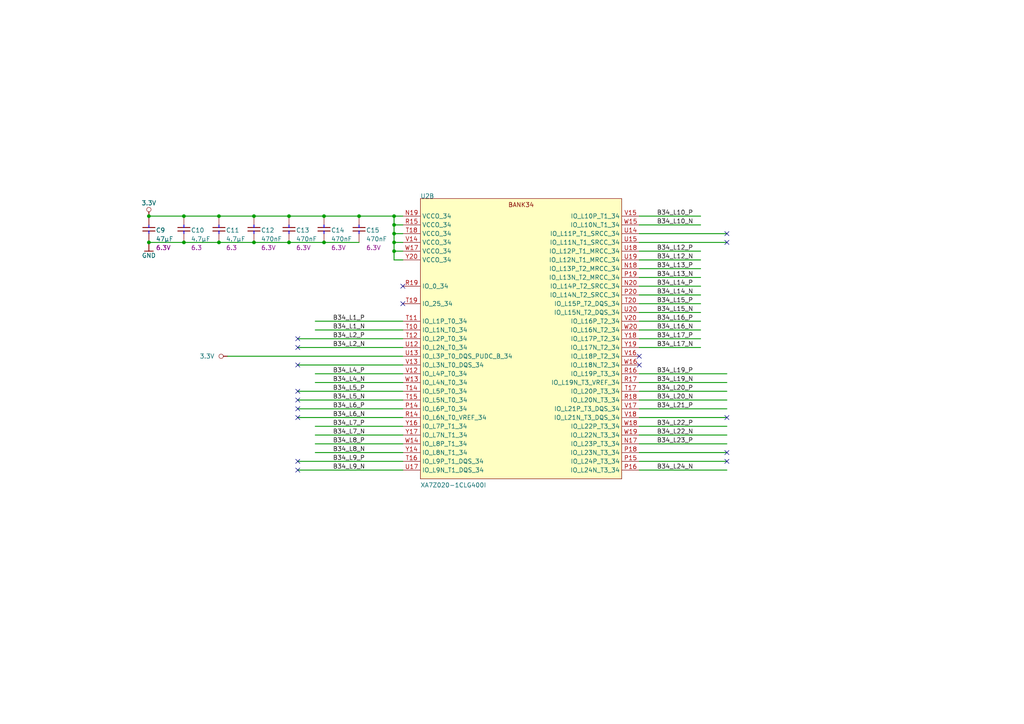
<source format=kicad_sch>
(kicad_sch (version 20230121) (generator eeschema)
  (paper "A4")
  (title_block (title "ZoM Mod A - FPGA Bank 34") (date "12/16/2014") (rev "01"))
  (lib_symbols
    (symbol "TE0719-altium-import:3.3V" (power)
      (property "Reference" "#PWR" (at 0 0 0))
      (property "Value" "3.3V" (at 0 3.81 0))
      (symbol "3.3V_0_0"
        (circle (center 0 -1.905) (radius 0.635) (stroke (width 0.127)))
        (polyline (pts (xy 0 0) (xy 0 -1.27)) (stroke (width 0.254)))
        (pin power_in line (at 0 0 0) (length 0) hide (name "3.3V") (number ""))
      )
    )
    (symbol "TE0719-altium-import:B34_0_CAP-NP"
      (symbol "B34_0_CAP-NP_1_0"
        (polyline (pts (xy -1.778 -4.318) (xy 1.778 -4.318)) (stroke (width 0.254)))
        (polyline (pts (xy -1.778 -3.302) (xy 1.778 -3.302)) (stroke (width 0.254)))
        (polyline (pts (xy 0 -5.08) (xy 0 -4.318)) (stroke (width 0.254) (color 0 0 255 1)))
        (polyline (pts (xy 0 -2.54) (xy 0 -3.302)) (stroke (width 0.254) (color 0 0 255 1)))
        (pin passive line (at 0 0 270) (length 2.54) (name "1") (number "1"))
        (pin passive line (at 0 -7.62 90) (length 2.54) (name "2") (number "2"))
      )
    )
    (symbol "TE0719-altium-import:B34_0_XC7Z020-2CLG400C"
      (symbol "B34_0_XC7Z020-2CLG400C_1_0"
        (rectangle (start 30.48 0) (end 0 -81.28) (fill (type background)))
        (text "BANK13" (at 20.32 -2.54 0) (effects (font (size 1.27 1.27)) (justify right bottom)))
        (pin bidirectional line (at -5.08 -60.96 0) (length 5.08) (name "IO_L19P_T3_13") (number "T5"))
        (pin power_in line (at -5.08 -5.08 0) (length 5.08) (name "VCCO_13") (number "T8"))
        (pin bidirectional line (at -5.08 -25.4 0) (length 5.08) (name "IO_L12P_T1_MRCC_13") (number "T9"))
        (pin bidirectional line (at -5.08 -27.94 0) (length 5.08) (name "IO_L12N_T1_MRCC_13") (number "U10"))
        (pin power_in line (at -5.08 -7.62 0) (length 5.08) (name "VCCO_13") (number "U11"))
        (pin bidirectional line (at -5.08 -63.5 0) (length 5.08) (name "IO_L19N_T3_VREF_13") (number "U5"))
        (pin bidirectional line (at -5.08 -20.32 0) (length 5.08) (name "IO_L11P_T1_SRCC_13") (number "U7"))
        (pin bidirectional line (at -5.08 -53.34 0) (length 5.08) (name "IO_L17N_T2_13") (number "U8"))
        (pin bidirectional line (at -5.08 -50.8 0) (length 5.08) (name "IO_L17P_T2_13") (number "U9"))
        (pin bidirectional line (at -5.08 -73.66 0) (length 5.08) (name "IO_L21N_T3_DQS_13") (number "V10"))
        (pin bidirectional line (at -5.08 -71.12 0) (length 5.08) (name "IO_L21P_T3_DQS_13") (number "V11"))
        (pin bidirectional line (at -5.08 -17.78 0) (length 5.08) (name "IO_L6N_T0_VREF_13") (number "V5"))
        (pin bidirectional line (at -5.08 -76.2 0) (length 5.08) (name "IO_L22P_T3_13") (number "V6"))
        (pin bidirectional line (at -5.08 -22.86 0) (length 5.08) (name "IO_L11N_T1_SRCC_13") (number "V7"))
        (pin bidirectional line (at -5.08 -40.64 0) (length 5.08) (name "IO_L15P_T2_DQS_13") (number "V8"))
        (pin bidirectional line (at -5.08 -45.72 0) (length 5.08) (name "IO_L16P_T2_13") (number "W10"))
        (pin bidirectional line (at -5.08 -55.88 0) (length 5.08) (name "IO_L18P_T2_13") (number "W11"))
        (pin bidirectional line (at -5.08 -78.74 0) (length 5.08) (name "IO_L22N_T3_13") (number "W6"))
        (pin power_in line (at -5.08 -10.16 0) (length 5.08) (name "VCCO_13") (number "W7"))
        (pin bidirectional line (at -5.08 -43.18 0) (length 5.08) (name "IO_L15N_T2_DQS_13") (number "W8"))
        (pin bidirectional line (at -5.08 -48.26 0) (length 5.08) (name "IO_L16N_T2_13") (number "W9"))
        (pin power_in line (at -5.08 -12.7 0) (length 5.08) (name "VCCO_13") (number "Y10"))
        (pin bidirectional line (at -5.08 -58.42 0) (length 5.08) (name "IO_L18N_T2_13") (number "Y11"))
        (pin bidirectional line (at -5.08 -66.04 0) (length 5.08) (name "IO_L20P_T3_13") (number "Y12"))
        (pin bidirectional line (at -5.08 -68.58 0) (length 5.08) (name "IO_L20N_T3_13") (number "Y13"))
        (pin bidirectional line (at -5.08 -33.02 0) (length 5.08) (name "IO_L13N_T2_MRCC_13") (number "Y6"))
        (pin bidirectional line (at -5.08 -30.48 0) (length 5.08) (name "IO_L13P_T2_MRCC_13") (number "Y7"))
        (pin bidirectional line (at -5.08 -38.1 0) (length 5.08) (name "IO_L14N_T2_SRCC_13") (number "Y8"))
        (pin bidirectional line (at -5.08 -35.56 0) (length 5.08) (name "IO_L14P_T2_SRCC_13") (number "Y9"))
      )
      (symbol "B34_0_XC7Z020-2CLG400C_2_0"
        (rectangle (start 58.42 0) (end 0 -81.28) (fill (type background)))
        (text "BANK34" (at 33.02 -2.54 0) (effects (font (size 1.27 1.27)) (justify right bottom)))
        (pin bidirectional line (at 63.5 -71.12 180) (length 5.08) (name "IO_L23P_T3_34") (number "N17"))
        (pin bidirectional line (at 63.5 -20.32 180) (length 5.08) (name "IO_L13P_T2_MRCC_34") (number "N18"))
        (pin power_in line (at -5.08 -5.08 0) (length 5.08) (name "VCCO_34") (number "N19"))
        (pin bidirectional line (at 63.5 -25.4 180) (length 5.08) (name "IO_L14P_T2_SRCC_34") (number "N20"))
        (pin bidirectional line (at -5.08 -60.96 0) (length 5.08) (name "IO_L6P_T0_34") (number "P14"))
        (pin bidirectional line (at 63.5 -76.2 180) (length 5.08) (name "IO_L24P_T3_34") (number "P15"))
        (pin bidirectional line (at 63.5 -78.74 180) (length 5.08) (name "IO_L24N_T3_34") (number "P16"))
        (pin bidirectional line (at 63.5 -73.66 180) (length 5.08) (name "IO_L23N_T3_34") (number "P18"))
        (pin bidirectional line (at 63.5 -22.86 180) (length 5.08) (name "IO_L13N_T2_MRCC_34") (number "P19"))
        (pin bidirectional line (at 63.5 -27.94 180) (length 5.08) (name "IO_L14N_T2_SRCC_34") (number "P20"))
        (pin bidirectional line (at -5.08 -63.5 0) (length 5.08) (name "IO_L6N_T0_VREF_34") (number "R14"))
        (pin power_in line (at -5.08 -7.62 0) (length 5.08) (name "VCCO_34") (number "R15"))
        (pin bidirectional line (at 63.5 -50.8 180) (length 5.08) (name "IO_L19P_T3_34") (number "R16"))
        (pin bidirectional line (at 63.5 -53.34 180) (length 5.08) (name "IO_L19N_T3_VREF_34") (number "R17"))
        (pin bidirectional line (at 63.5 -58.42 180) (length 5.08) (name "IO_L20N_T3_34") (number "R18"))
        (pin bidirectional line (at -5.08 -25.4 0) (length 5.08) (name "IO_0_34") (number "R19"))
        (pin bidirectional line (at -5.08 -38.1 0) (length 5.08) (name "IO_L1N_T0_34") (number "T10"))
        (pin bidirectional line (at -5.08 -35.56 0) (length 5.08) (name "IO_L1P_T0_34") (number "T11"))
        (pin bidirectional line (at -5.08 -40.64 0) (length 5.08) (name "IO_L2P_T0_34") (number "T12"))
        (pin bidirectional line (at -5.08 -55.88 0) (length 5.08) (name "IO_L5P_T0_34") (number "T14"))
        (pin bidirectional line (at -5.08 -58.42 0) (length 5.08) (name "IO_L5N_T0_34") (number "T15"))
        (pin bidirectional line (at -5.08 -76.2 0) (length 5.08) (name "IO_L9P_T1_DQS_34") (number "T16"))
        (pin bidirectional line (at 63.5 -55.88 180) (length 5.08) (name "IO_L20P_T3_34") (number "T17"))
        (pin power_in line (at -5.08 -10.16 0) (length 5.08) (name "VCCO_34") (number "T18"))
        (pin bidirectional line (at -5.08 -30.48 0) (length 5.08) (name "IO_25_34") (number "T19"))
        (pin bidirectional line (at 63.5 -30.48 180) (length 5.08) (name "IO_L15P_T2_DQS_34") (number "T20"))
        (pin bidirectional line (at -5.08 -43.18 0) (length 5.08) (name "IO_L2N_T0_34") (number "U12"))
        (pin bidirectional line (at -5.08 -45.72 0) (length 5.08) (name "IO_L3P_T0_DQS_PUDC_B_34") (number "U13"))
        (pin bidirectional line (at 63.5 -10.16 180) (length 5.08) (name "IO_L11P_T1_SRCC_34") (number "U14"))
        (pin bidirectional line (at 63.5 -12.7 180) (length 5.08) (name "IO_L11N_T1_SRCC_34") (number "U15"))
        (pin bidirectional line (at -5.08 -78.74 0) (length 5.08) (name "IO_L9N_T1_DQS_34") (number "U17"))
        (pin bidirectional line (at 63.5 -15.24 180) (length 5.08) (name "IO_L12P_T1_MRCC_34") (number "U18"))
        (pin bidirectional line (at 63.5 -17.78 180) (length 5.08) (name "IO_L12N_T1_MRCC_34") (number "U19"))
        (pin bidirectional line (at 63.5 -33.02 180) (length 5.08) (name "IO_L15N_T2_DQS_34") (number "U20"))
        (pin bidirectional line (at -5.08 -50.8 0) (length 5.08) (name "IO_L4P_T0_34") (number "V12"))
        (pin bidirectional line (at -5.08 -48.26 0) (length 5.08) (name "IO_L3N_T0_DQS_34") (number "V13"))
        (pin power_in line (at -5.08 -12.7 0) (length 5.08) (name "VCCO_34") (number "V14"))
        (pin bidirectional line (at 63.5 -5.08 180) (length 5.08) (name "IO_L10P_T1_34") (number "V15"))
        (pin bidirectional line (at 63.5 -45.72 180) (length 5.08) (name "IO_L18P_T2_34") (number "V16"))
        (pin bidirectional line (at 63.5 -60.96 180) (length 5.08) (name "IO_L21P_T3_DQS_34") (number "V17"))
        (pin bidirectional line (at 63.5 -63.5 180) (length 5.08) (name "IO_L21N_T3_DQS_34") (number "V18"))
        (pin bidirectional line (at 63.5 -35.56 180) (length 5.08) (name "IO_L16P_T2_34") (number "V20"))
        (pin bidirectional line (at -5.08 -53.34 0) (length 5.08) (name "IO_L4N_T0_34") (number "W13"))
        (pin bidirectional line (at -5.08 -71.12 0) (length 5.08) (name "IO_L8P_T1_34") (number "W14"))
        (pin bidirectional line (at 63.5 -7.62 180) (length 5.08) (name "IO_L10N_T1_34") (number "W15"))
        (pin bidirectional line (at 63.5 -48.26 180) (length 5.08) (name "IO_L18N_T2_34") (number "W16"))
        (pin power_in line (at -5.08 -15.24 0) (length 5.08) (name "VCCO_34") (number "W17"))
        (pin bidirectional line (at 63.5 -66.04 180) (length 5.08) (name "IO_L22P_T3_34") (number "W18"))
        (pin bidirectional line (at 63.5 -68.58 180) (length 5.08) (name "IO_L22N_T3_34") (number "W19"))
        (pin bidirectional line (at 63.5 -38.1 180) (length 5.08) (name "IO_L16N_T2_34") (number "W20"))
        (pin bidirectional line (at -5.08 -73.66 0) (length 5.08) (name "IO_L8N_T1_34") (number "Y14"))
        (pin bidirectional line (at -5.08 -66.04 0) (length 5.08) (name "IO_L7P_T1_34") (number "Y16"))
        (pin bidirectional line (at -5.08 -68.58 0) (length 5.08) (name "IO_L7N_T1_34") (number "Y17"))
        (pin bidirectional line (at 63.5 -40.64 180) (length 5.08) (name "IO_L17P_T2_34") (number "Y18"))
        (pin bidirectional line (at 63.5 -43.18 180) (length 5.08) (name "IO_L17N_T2_34") (number "Y19"))
        (pin power_in line (at -5.08 -17.78 0) (length 5.08) (name "VCCO_34") (number "Y20"))
      )
      (symbol "B34_0_XC7Z020-2CLG400C_3_0"
        (rectangle (start 58.42 0) (end 0 -81.28) (fill (type background)))
        (text "BANK35" (at 33.02 -2.54 0) (effects (font (size 1.27 1.27)) (justify right bottom)))
        (pin bidirectional line (at -5.08 -43.18 0) (length 5.08) (name "IO_L2N_T0_AD8N_35") (number "A20"))
        (pin bidirectional line (at -5.08 -40.64 0) (length 5.08) (name "IO_L2P_T0_AD8P_35") (number "B19"))
        (pin bidirectional line (at -5.08 -38.1 0) (length 5.08) (name "IO_L1N_T0_AD0N_35") (number "B20"))
        (pin power_in line (at -5.08 -5.08 0) (length 5.08) (name "VCCO_35") (number "C19"))
        (pin bidirectional line (at -5.08 -35.56 0) (length 5.08) (name "IO_L1P_T0_AD0P_35") (number "C20"))
        (pin bidirectional line (at -5.08 -48.26 0) (length 5.08) (name "IO_L3N_T0_DQS_AD1N_35") (number "D18"))
        (pin bidirectional line (at -5.08 -50.8 0) (length 5.08) (name "IO_L4P_T0_35") (number "D19"))
        (pin bidirectional line (at -5.08 -53.34 0) (length 5.08) (name "IO_L4N_T0_35") (number "D20"))
        (pin bidirectional line (at -5.08 -45.72 0) (length 5.08) (name "IO_L3P_T0_DQS_AD1P_35") (number "E17"))
        (pin bidirectional line (at -5.08 -55.88 0) (length 5.08) (name "IO_L5P_T0_AD9P_35") (number "E18"))
        (pin bidirectional line (at -5.08 -58.42 0) (length 5.08) (name "IO_L5N_T0_AD9N_35") (number "E19"))
        (pin bidirectional line (at -5.08 -60.96 0) (length 5.08) (name "IO_L6P_T0_35") (number "F16"))
        (pin bidirectional line (at -5.08 -63.5 0) (length 5.08) (name "IO_L6N_T0_VREF_35") (number "F17"))
        (pin power_in line (at -5.08 -7.62 0) (length 5.08) (name "VCCO_35") (number "F18"))
        (pin bidirectional line (at 63.5 -30.48 180) (length 5.08) (name "IO_L15P_T2_DQS_AD12P_35") (number "F19"))
        (pin bidirectional line (at 63.5 -33.02 180) (length 5.08) (name "IO_L15N_T2_DQS_AD12N_35") (number "F20"))
        (pin bidirectional line (at -5.08 -25.4 0) (length 5.08) (name "IO_0_35") (number "G14"))
        (pin bidirectional line (at 63.5 -53.34 180) (length 5.08) (name "IO_L19N_T3_VREF_35") (number "G15"))
        (pin bidirectional line (at 63.5 -35.56 180) (length 5.08) (name "IO_L16P_T2_35") (number "G17"))
        (pin bidirectional line (at 63.5 -38.1 180) (length 5.08) (name "IO_L16N_T2_35") (number "G18"))
        (pin bidirectional line (at 63.5 -45.72 180) (length 5.08) (name "IO_L18P_T2_AD13P_35") (number "G19"))
        (pin bidirectional line (at 63.5 -48.26 180) (length 5.08) (name "IO_L18N_T2_AD13N_35") (number "G20"))
        (pin power_in line (at -5.08 -10.16 0) (length 5.08) (name "VCCO_35") (number "H14"))
        (pin bidirectional line (at 63.5 -50.8 180) (length 5.08) (name "IO_L19P_T3_35") (number "H15"))
        (pin bidirectional line (at 63.5 -20.32 180) (length 5.08) (name "IO_L13P_T2_MRCC_35") (number "H16"))
        (pin bidirectional line (at 63.5 -22.86 180) (length 5.08) (name "IO_L13N_T2_MRCC_35") (number "H17"))
        (pin bidirectional line (at 63.5 -27.94 180) (length 5.08) (name "IO_L14N_T2_AD4N_SRCC_35") (number "H18"))
        (pin bidirectional line (at 63.5 -43.18 180) (length 5.08) (name "IO_L17N_T2_AD5N_35") (number "H20"))
        (pin bidirectional line (at 63.5 -58.42 180) (length 5.08) (name "IO_L20N_T3_AD6N_35") (number "J14"))
        (pin bidirectional line (at -5.08 -30.48 0) (length 5.08) (name "IO_25_35") (number "J15"))
        (pin bidirectional line (at 63.5 -78.74 180) (length 5.08) (name "IO_L24N_T3_AD15N_35") (number "J16"))
        (pin power_in line (at -5.08 -12.7 0) (length 5.08) (name "VCCO_35") (number "J17"))
        (pin bidirectional line (at 63.5 -25.4 180) (length 5.08) (name "IO_L14P_T2_AD4P_SRCC_35") (number "J18"))
        (pin bidirectional line (at 63.5 -7.62 180) (length 5.08) (name "IO_L10N_T1_AD11N_35") (number "J19"))
        (pin bidirectional line (at 63.5 -40.64 180) (length 5.08) (name "IO_L17P_T2_AD5P_35") (number "J20"))
        (pin bidirectional line (at 63.5 -55.88 180) (length 5.08) (name "IO_L20P_T3_AD6P_35") (number "K14"))
        (pin bidirectional line (at 63.5 -76.2 180) (length 5.08) (name "IO_L24P_T3_AD15P_35") (number "K16"))
        (pin bidirectional line (at 63.5 -15.24 180) (length 5.08) (name "IO_L12P_T1_MRCC_35") (number "K17"))
        (pin bidirectional line (at 63.5 -17.78 180) (length 5.08) (name "IO_L12N_T1_MRCC_35") (number "K18"))
        (pin bidirectional line (at 63.5 -5.08 180) (length 5.08) (name "IO_L10P_T1_AD11P_35") (number "K19"))
        (pin power_in line (at -5.08 -15.24 0) (length 5.08) (name "VCCO_35") (number "K20"))
        (pin bidirectional line (at 63.5 -66.04 180) (length 5.08) (name "IO_L22P_T3_AD7P_35") (number "L14"))
        (pin bidirectional line (at 63.5 -68.58 180) (length 5.08) (name "IO_L22N_T3_AD7N_35") (number "L15"))
        (pin bidirectional line (at 63.5 -10.16 180) (length 5.08) (name "IO_L11P_T1_SRCC_35") (number "L16"))
        (pin bidirectional line (at 63.5 -12.7 180) (length 5.08) (name "IO_L11N_T1_SRCC_35") (number "L17"))
        (pin bidirectional line (at -5.08 -76.2 0) (length 5.08) (name "IO_L9P_T1_DQS_AD3P_35") (number "L19"))
        (pin bidirectional line (at -5.08 -78.74 0) (length 5.08) (name "IO_L9N_T1_DQS_AD3N_35") (number "L20"))
        (pin bidirectional line (at 63.5 -71.12 180) (length 5.08) (name "IO_L23P_T3_35") (number "M14"))
        (pin bidirectional line (at 63.5 -73.66 180) (length 5.08) (name "IO_L23N_T3_35") (number "M15"))
        (pin power_in line (at -5.08 -17.78 0) (length 5.08) (name "VCCO_35") (number "M16"))
        (pin bidirectional line (at -5.08 -71.12 0) (length 5.08) (name "IO_L8P_T1_AD10P_35") (number "M17"))
        (pin bidirectional line (at -5.08 -73.66 0) (length 5.08) (name "IO_L8N_T1_AD10N_35") (number "M18"))
        (pin bidirectional line (at -5.08 -66.04 0) (length 5.08) (name "IO_L7P_T1_AD2P_35") (number "M19"))
        (pin bidirectional line (at -5.08 -68.58 0) (length 5.08) (name "IO_L7N_T1_AD2N_35") (number "M20"))
        (pin bidirectional line (at 63.5 -60.96 180) (length 5.08) (name "IO_L21P_T3_DQS_AD14P_35") (number "N15"))
        (pin bidirectional line (at 63.5 -63.5 180) (length 5.08) (name "IO_L21N_T3_DQS_AD14N_35") (number "N16"))
      )
      (symbol "B34_0_XC7Z020-2CLG400C_4_0"
        (rectangle (start 45.72 0) (end 0 -35.56) (fill (type background)))
        (text "BANK500" (at 27.94 -2.54 0) (effects (font (size 1.27 1.27)) (justify right bottom)))
        (pin bidirectional line (at 50.8 -10.16 180) (length 5.08) (name "PS_MIO6_500") (number "A5"))
        (pin bidirectional line (at 50.8 -7.62 180) (length 5.08) (name "PS_MIO5_500") (number "A6"))
        (pin bidirectional line (at -5.08 -27.94 0) (length 5.08) (name "PS_MIO1_500") (number "A7"))
        (pin bidirectional line (at 50.8 -17.78 180) (length 5.08) (name "PS_MIO9_500") (number "B5"))
        (pin power_in line (at -5.08 -5.08 0) (length 5.08) (name "VCCO_MIO0_500") (number "B6"))
        (pin bidirectional line (at 50.8 -5.08 180) (length 5.08) (name "PS_MIO4_500") (number "B7"))
        (pin bidirectional line (at -5.08 -30.48 0) (length 5.08) (name "PS_MIO2_500") (number "B8"))
        (pin bidirectional line (at 50.8 -30.48 180) (length 5.08) (name "PS_MIO14_500") (number "C5"))
        (pin bidirectional line (at 50.8 -22.86 180) (length 5.08) (name "PS_MIO11_500") (number "C6"))
        (pin input line (at -5.08 -17.78 0) (length 5.08) (name "PS_POR_B_500") (number "C7"))
        (pin bidirectional line (at 50.8 -33.02 180) (length 5.08) (name "PS_MIO15_500") (number "C8"))
        (pin bidirectional line (at 50.8 -15.24 180) (length 5.08) (name "PS_MIO8_500") (number "D5"))
        (pin bidirectional line (at -5.08 -33.02 0) (length 5.08) (name "PS_MIO3_500") (number "D6"))
        (pin power_in line (at -5.08 -7.62 0) (length 5.08) (name "VCCO_MIO0_500") (number "D7"))
        (pin bidirectional line (at 50.8 -12.7 180) (length 5.08) (name "PS_MIO7_500") (number "D8"))
        (pin bidirectional line (at 50.8 -25.4 180) (length 5.08) (name "PS_MIO12_500") (number "D9"))
        (pin bidirectional line (at -5.08 -25.4 0) (length 5.08) (name "PS_MIO0_500") (number "E6"))
        (pin input line (at -5.08 -12.7 0) (length 5.08) (name "PS_CLK_500") (number "E7"))
        (pin bidirectional line (at 50.8 -27.94 180) (length 5.08) (name "PS_MIO13_500") (number "E8"))
        (pin bidirectional line (at 50.8 -20.32 180) (length 5.08) (name "PS_MIO10_500") (number "E9"))
      )
      (symbol "B34_0_XC7Z020-2CLG400C_5_0"
        (rectangle (start 50.8 0) (end 0 -66.04) (fill (type background)))
        (text "BANK501" (at 30.48 -2.54 0) (effects (font (size 1.27 1.27)) (justify right bottom)))
        (pin bidirectional line (at 55.88 -22.86 180) (length 5.08) (name "PS_MIO37_501") (number "A10"))
        (pin bidirectional line (at 55.88 -20.32 180) (length 5.08) (name "PS_MIO36_501") (number "A11"))
        (pin bidirectional line (at 55.88 -15.24 180) (length 5.08) (name "PS_MIO34_501") (number "A12"))
        (pin power_in line (at -5.08 -5.08 0) (length 5.08) (name "VCCO_MIO1_501") (number "A13"))
        (pin bidirectional line (at 55.88 -10.16 180) (length 5.08) (name "PS_MIO32_501") (number "A14"))
        (pin bidirectional line (at -5.08 -55.88 0) (length 5.08) (name "PS_MIO26_501") (number "A15"))
        (pin bidirectional line (at -5.08 -50.8 0) (length 5.08) (name "PS_MIO24_501") (number "A16"))
        (pin bidirectional line (at -5.08 -40.64 0) (length 5.08) (name "PS_MIO20_501") (number "A17"))
        (pin bidirectional line (at -5.08 -30.48 0) (length 5.08) (name "PS_MIO16_501") (number "A19"))
        (pin bidirectional line (at 55.88 -38.1 180) (length 5.08) (name "PS_MIO43_501") (number "A9"))
        (pin passive line (at -5.08 -22.86 0) (length 5.08) (name "PS_SRST_B_501") (number "B10"))
        (pin bidirectional line (at 55.88 -50.8 180) (length 5.08) (name "PS_MIO48_501") (number "B12"))
        (pin bidirectional line (at 55.88 -55.88 180) (length 5.08) (name "PS_MIO50_501") (number "B13"))
        (pin bidirectional line (at 55.88 -48.26 180) (length 5.08) (name "PS_MIO47_501") (number "B14"))
        (pin bidirectional line (at 55.88 -43.18 180) (length 5.08) (name "PS_MIO45_501") (number "B15"))
        (pin power_in line (at -5.08 -7.62 0) (length 5.08) (name "VCCO_MIO1_501") (number "B16"))
        (pin bidirectional line (at -5.08 -45.72 0) (length 5.08) (name "PS_MIO22_501") (number "B17"))
        (pin bidirectional line (at -5.08 -35.56 0) (length 5.08) (name "PS_MIO18_501") (number "B18"))
        (pin bidirectional line (at 55.88 -58.42 180) (length 5.08) (name "PS_MIO51_501") (number "B9"))
        (pin bidirectional line (at 55.88 -60.96 180) (length 5.08) (name "PS_MIO52_501") (number "C10"))
        (pin bidirectional line (at 55.88 -63.5 180) (length 5.08) (name "PS_MIO53_501") (number "C11"))
        (pin bidirectional line (at 55.88 -53.34 180) (length 5.08) (name "PS_MIO49_501") (number "C12"))
        (pin bidirectional line (at -5.08 -63.5 0) (length 5.08) (name "PS_MIO29_501") (number "C13"))
        (pin bidirectional line (at 55.88 -5.08 180) (length 5.08) (name "PS_MIO30_501") (number "C15"))
        (pin bidirectional line (at -5.08 -60.96 0) (length 5.08) (name "PS_MIO28_501") (number "C16"))
        (pin bidirectional line (at 55.88 -33.02 180) (length 5.08) (name "PS_MIO41_501") (number "C17"))
        (pin bidirectional line (at 55.88 -27.94 180) (length 5.08) (name "PS_MIO39_501") (number "C18"))
        (pin bidirectional line (at -5.08 -38.1 0) (length 5.08) (name "PS_MIO19_501") (number "D10"))
        (pin bidirectional line (at -5.08 -48.26 0) (length 5.08) (name "PS_MIO23_501") (number "D11"))
        (pin power_in line (at -5.08 -10.16 0) (length 5.08) (name "VCCO_MIO1_501") (number "D12"))
        (pin bidirectional line (at -5.08 -58.42 0) (length 5.08) (name "PS_MIO27_501") (number "D13"))
        (pin bidirectional line (at 55.88 -30.48 180) (length 5.08) (name "PS_MIO40_501") (number "D14"))
        (pin bidirectional line (at 55.88 -12.7 180) (length 5.08) (name "PS_MIO33_501") (number "D15"))
        (pin bidirectional line (at 55.88 -45.72 180) (length 5.08) (name "PS_MIO46_501") (number "D16"))
        (pin bidirectional line (at -5.08 -17.78 0) (length 5.08) (name "PS_MIO_VREF_501") (number "E11"))
        (pin bidirectional line (at 55.88 -35.56 180) (length 5.08) (name "PS_MIO42_501") (number "E12"))
        (pin bidirectional line (at 55.88 -25.4 180) (length 5.08) (name "PS_MIO38_501") (number "E13"))
        (pin bidirectional line (at -5.08 -33.02 0) (length 5.08) (name "PS_MIO17_501") (number "E14"))
        (pin power_in line (at -5.08 -12.7 0) (length 5.08) (name "VCCO_MIO1_501") (number "E15"))
        (pin bidirectional line (at 55.88 -7.62 180) (length 5.08) (name "PS_MIO31_501") (number "E16"))
        (pin bidirectional line (at 55.88 -17.78 180) (length 5.08) (name "PS_MIO35_501") (number "F12"))
        (pin bidirectional line (at 55.88 -40.64 180) (length 5.08) (name "PS_MIO44_501") (number "F13"))
        (pin bidirectional line (at -5.08 -43.18 0) (length 5.08) (name "PS_MIO21_501") (number "F14"))
        (pin bidirectional line (at -5.08 -53.34 0) (length 5.08) (name "PS_MIO25_501") (number "F15"))
      )
      (symbol "B34_0_XC7Z020-2CLG400C_6_0"
        (rectangle (start 50.8 0) (end 0 -149.86) (fill (type background)))
        (text "BANK502" (at 33.02 -2.54 0) (effects (font (size 1.27 1.27)) (justify right bottom)))
        (pin output line (at 55.88 -55.88 180) (length 5.08) (name "PS_DDR_DM0_502") (number "A1"))
        (pin bidirectional line (at -5.08 -43.18 0) (length 5.08) (name "PS_DDR_DQ2_502") (number "A2"))
        (pin power_in line (at -5.08 -2.54 0) (length 5.08) (name "VCCO_DDR_502") (number "A3"))
        (pin bidirectional line (at -5.08 -45.72 0) (length 5.08) (name "PS_DDR_DQ3_502") (number "A4"))
        (pin bidirectional line (at -5.08 -124.46 0) (length 5.08) (name "PS_DDR_DQS_N0_502") (number "B2"))
        (pin bidirectional line (at -5.08 -40.64 0) (length 5.08) (name "PS_DDR_DQ1_502") (number "B3"))
        (pin output line (at 55.88 -116.84 180) (length 5.08) (name "PS_DDR_DRST_B_502") (number "B4"))
        (pin bidirectional line (at -5.08 -53.34 0) (length 5.08) (name "PS_DDR_DQ6_502") (number "C1"))
        (pin bidirectional line (at -5.08 -121.92 0) (length 5.08) (name "PS_DDR_DQS_P0_502") (number "C2"))
        (pin bidirectional line (at -5.08 -38.1 0) (length 5.08) (name "PS_DDR_DQ0_502") (number "C3"))
        (pin bidirectional line (at -5.08 -50.8 0) (length 5.08) (name "PS_DDR_DQ5_502") (number "D1"))
        (pin power_in line (at -5.08 -5.08 0) (length 5.08) (name "VCCO_DDR_502") (number "D2"))
        (pin bidirectional line (at -5.08 -48.26 0) (length 5.08) (name "PS_DDR_DQ4_502") (number "D3"))
        (pin output line (at 55.88 -38.1 180) (length 5.08) (name "PS_DDR_A13_502") (number "D4"))
        (pin bidirectional line (at -5.08 -55.88 0) (length 5.08) (name "PS_DDR_DQ7_502") (number "E1"))
        (pin bidirectional line (at -5.08 -58.42 0) (length 5.08) (name "PS_DDR_DQ8_502") (number "E2"))
        (pin bidirectional line (at -5.08 -60.96 0) (length 5.08) (name "PS_DDR_DQ9_502") (number "E3"))
        (pin output line (at 55.88 -35.56 180) (length 5.08) (name "PS_DDR_A12_502") (number "E4"))
        (pin power_in line (at -5.08 -7.62 0) (length 5.08) (name "VCCO_DDR_502") (number "E5"))
        (pin output line (at 55.88 -58.42 180) (length 5.08) (name "PS_DDR_DM1_502") (number "F1"))
        (pin bidirectional line (at -5.08 -132.08 0) (length 5.08) (name "PS_DDR_DQS_N1_502") (number "F2"))
        (pin output line (at 55.88 -40.64 180) (length 5.08) (name "PS_DDR_A14_502") (number "F4"))
        (pin output line (at 55.88 -30.48 180) (length 5.08) (name "PS_DDR_A10_502") (number "F5"))
        (pin power_in line (at -5.08 -10.16 0) (length 5.08) (name "VCCO_DDR_502") (number "G1"))
        (pin bidirectional line (at -5.08 -129.54 0) (length 5.08) (name "PS_DDR_DQS_P1_502") (number "G2"))
        (pin bidirectional line (at -5.08 -63.5 0) (length 5.08) (name "PS_DDR_DQ10_502") (number "G3"))
        (pin output line (at 55.88 -33.02 180) (length 5.08) (name "PS_DDR_A11_502") (number "G4"))
        (pin output line (at 55.88 -78.74 180) (length 5.08) (name "PS_DDR_VRN_502") (number "G5"))
        (pin bidirectional line (at -5.08 -73.66 0) (length 5.08) (name "PS_DDR_DQ14_502") (number "H1"))
        (pin bidirectional line (at -5.08 -71.12 0) (length 5.08) (name "PS_DDR_DQ13_502") (number "H2"))
        (pin bidirectional line (at -5.08 -66.04 0) (length 5.08) (name "PS_DDR_DQ11_502") (number "H3"))
        (pin power_in line (at -5.08 -12.7 0) (length 5.08) (name "VCCO_DDR_502") (number "H4"))
        (pin output line (at 55.88 -76.2 180) (length 5.08) (name "PS_DDR_VRP_502") (number "H5"))
        (pin power_in line (at -5.08 -30.48 0) (length 5.08) (name "PS_DDR_VREF0_502") (number "H6"))
        (pin bidirectional line (at -5.08 -76.2 0) (length 5.08) (name "PS_DDR_DQ15_502") (number "J1"))
        (pin bidirectional line (at -5.08 -68.58 0) (length 5.08) (name "PS_DDR_DQ12_502") (number "J3"))
        (pin output line (at 55.88 -27.94 180) (length 5.08) (name "PS_DDR_A9_502") (number "J4"))
        (pin output line (at 55.88 -50.8 180) (length 5.08) (name "PS_DDR_BA2_502") (number "J5"))
        (pin output line (at 55.88 -25.4 180) (length 5.08) (name "PS_DDR_A8_502") (number "K1"))
        (pin output line (at 55.88 -7.62 180) (length 5.08) (name "PS_DDR_A1_502") (number "K2"))
        (pin output line (at 55.88 -12.7 180) (length 5.08) (name "PS_DDR_A3_502") (number "K3"))
        (pin output line (at 55.88 -22.86 180) (length 5.08) (name "PS_DDR_A7_502") (number "K4"))
        (pin output line (at 55.88 -17.78 180) (length 5.08) (name "PS_DDR_A5_502") (number "L1"))
        (pin output line (at 55.88 -68.58 180) (length 5.08) (name "PS_DDR_CKP_502") (number "L2"))
        (pin power_in line (at -5.08 -15.24 0) (length 5.08) (name "VCCO_DDR_502") (number "L3"))
        (pin output line (at 55.88 -20.32 180) (length 5.08) (name "PS_DDR_A6_502") (number "L4"))
        (pin output line (at 55.88 -45.72 180) (length 5.08) (name "PS_DDR_BA0_502") (number "L5"))
        (pin output line (at 55.88 -71.12 180) (length 5.08) (name "PS_DDR_CKN_502") (number "M2"))
        (pin output line (at 55.88 -10.16 180) (length 5.08) (name "PS_DDR_A2_502") (number "M3"))
        (pin output line (at 55.88 -15.24 180) (length 5.08) (name "PS_DDR_A4_502") (number "M4"))
        (pin output line (at 55.88 -101.6 180) (length 5.08) (name "PS_DDR_WE_B_502") (number "M5"))
        (pin output line (at 55.88 -91.44 180) (length 5.08) (name "PS_DDR_CS_B_502") (number "N1"))
        (pin output line (at 55.88 -5.08 180) (length 5.08) (name "PS_DDR_A0_502") (number "N2"))
        (pin output line (at 55.88 -96.52 180) (length 5.08) (name "PS_DDR_CKE_502") (number "N3"))
        (pin output line (at 55.88 -86.36 180) (length 5.08) (name "PS_DDR_ODT_502") (number "N5"))
        (pin bidirectional line (at -5.08 -78.74 0) (length 5.08) (name "PS_DDR_DQ16_502") (number "P1"))
        (pin power_in line (at -5.08 -17.78 0) (length 5.08) (name "VCCO_DDR_502") (number "P2"))
        (pin bidirectional line (at -5.08 -81.28 0) (length 5.08) (name "PS_DDR_DQ17_502") (number "P3"))
        (pin output line (at 55.88 -111.76 180) (length 5.08) (name "PS_DDR_RAS_B_502") (number "P4"))
        (pin output line (at 55.88 -106.68 180) (length 5.08) (name "PS_DDR_CAS_B_502") (number "P5"))
        (pin power_in line (at -5.08 -33.02 0) (length 5.08) (name "PS_DDR_VREF1_502") (number "P6"))
        (pin bidirectional line (at -5.08 -86.36 0) (length 5.08) (name "PS_DDR_DQ19_502") (number "R1"))
        (pin bidirectional line (at -5.08 -137.16 0) (length 5.08) (name "PS_DDR_DQS_P2_502") (number "R2"))
        (pin bidirectional line (at -5.08 -83.82 0) (length 5.08) (name "PS_DDR_DQ18_502") (number "R3"))
        (pin output line (at 55.88 -48.26 180) (length 5.08) (name "PS_DDR_BA1_502") (number "R4"))
        (pin power_in line (at -5.08 -20.32 0) (length 5.08) (name "VCCO_DDR_502") (number "R5"))
        (pin output line (at 55.88 -60.96 180) (length 5.08) (name "PS_DDR_DM2_502") (number "T1"))
        (pin bidirectional line (at -5.08 -139.7 0) (length 5.08) (name "PS_DDR_DQS_N2_502") (number "T2"))
        (pin bidirectional line (at -5.08 -88.9 0) (length 5.08) (name "PS_DDR_DQ20_502") (number "T4"))
        (pin power_in line (at -5.08 -22.86 0) (length 5.08) (name "VCCO_DDR_502") (number "U1"))
        (pin bidirectional line (at -5.08 -93.98 0) (length 5.08) (name "PS_DDR_DQ22_502") (number "U2"))
        (pin bidirectional line (at -5.08 -96.52 0) (length 5.08) (name "PS_DDR_DQ23_502") (number "U3"))
        (pin bidirectional line (at -5.08 -91.44 0) (length 5.08) (name "PS_DDR_DQ21_502") (number "U4"))
        (pin bidirectional line (at -5.08 -99.06 0) (length 5.08) (name "PS_DDR_DQ24_502") (number "V1"))
        (pin bidirectional line (at -5.08 -114.3 0) (length 5.08) (name "PS_DDR_DQ30_502") (number "V2"))
        (pin bidirectional line (at -5.08 -116.84 0) (length 5.08) (name "PS_DDR_DQ31_502") (number "V3"))
        (pin power_in line (at -5.08 -25.4 0) (length 5.08) (name "VCCO_DDR_502") (number "V4"))
        (pin bidirectional line (at -5.08 -104.14 0) (length 5.08) (name "PS_DDR_DQ26_502") (number "W1"))
        (pin bidirectional line (at -5.08 -111.76 0) (length 5.08) (name "PS_DDR_DQ29_502") (number "W3"))
        (pin bidirectional line (at -5.08 -147.32 0) (length 5.08) (name "PS_DDR_DQS_N3_502") (number "W4"))
        (pin bidirectional line (at -5.08 -144.78 0) (length 5.08) (name "PS_DDR_DQS_P3_502") (number "W5"))
        (pin output line (at 55.88 -63.5 180) (length 5.08) (name "PS_DDR_DM3_502") (number "Y1"))
        (pin bidirectional line (at -5.08 -109.22 0) (length 5.08) (name "PS_DDR_DQ28_502") (number "Y2"))
        (pin bidirectional line (at -5.08 -101.6 0) (length 5.08) (name "PS_DDR_DQ25_502") (number "Y3"))
        (pin bidirectional line (at -5.08 -106.68 0) (length 5.08) (name "PS_DDR_DQ27_502") (number "Y4"))
      )
      (symbol "B34_0_XC7Z020-2CLG400C_7_0"
        (rectangle (start 35.56 0) (end 0 -60.96) (fill (type background)))
        (pin power_in line (at -5.08 -22.86 0) (length 5.08) (name "RSVDGND") (number "F10"))
        (pin power_in line (at -5.08 -7.62 0) (length 5.08) (name "VCCBATT_0") (number "F11"))
        (pin output line (at -5.08 -48.26 0) (length 5.08) (name "TDO_0") (number "F6"))
        (pin input line (at -5.08 -50.8 0) (length 5.08) (name "TCK_0") (number "F9"))
        (pin input line (at -5.08 -45.72 0) (length 5.08) (name "TDI_0") (number "G6"))
        (pin power_in line (at 40.64 -30.48 180) (length 5.08) (name "GNDADC_0") (number "J10"))
        (pin input line (at -5.08 -53.34 0) (length 5.08) (name "TMS_0") (number "J6"))
        (pin power_in line (at 40.64 -2.54 180) (length 5.08) (name "VCCADC_0") (number "J9"))
        (pin bidirectional line (at 40.64 -10.16 180) (length 5.08) (name "VREFN_0") (number "K10"))
        (pin power_in line (at -5.08 -2.54 0) (length 5.08) (name "VCCO_0") (number "K6"))
        (pin input line (at 40.64 -15.24 180) (length 5.08) (name "VP_0") (number "K9"))
        (pin input line (at 40.64 -17.78 180) (length 5.08) (name "VN_0") (number "L10"))
        (pin bidirectional line (at -5.08 -35.56 0) (length 5.08) (name "PROGRAM_B_0") (number "L6"))
        (pin bidirectional line (at 40.64 -7.62 180) (length 5.08) (name "VREFP_0") (number "L9"))
        (pin input line (at 40.64 -25.4 180) (length 5.08) (name "DXN_0") (number "M10"))
        (pin input line (at -5.08 -40.64 0) (length 5.08) (name "CFGBVS_0") (number "M6"))
        (pin input line (at 40.64 -22.86 180) (length 5.08) (name "DXP_0") (number "M9"))
        (pin power_in line (at -5.08 -17.78 0) (length 5.08) (name "RSVDVCC3") (number "N6"))
        (pin input line (at -5.08 -58.42 0) (length 5.08) (name "INIT_B_0") (number "R10"))
        (pin bidirectional line (at -5.08 -30.48 0) (length 5.08) (name "DONE_0") (number "R11"))
        (pin power_in line (at -5.08 -15.24 0) (length 5.08) (name "RSVDVCC2") (number "R6"))
        (pin power_in line (at -5.08 -12.7 0) (length 5.08) (name "RSVDVCC1") (number "T6"))
      )
      (symbol "B34_0_XC7Z020-2CLG400C_8_0"
        (rectangle (start 33.02 0) (end 0 -121.92) (fill (type background)))
        (pin power_in line (at -5.08 -43.18 0) (length 5.08) (name "GND") (number "A18"))
        (pin power_in line (at -5.08 -40.64 0) (length 5.08) (name "GND") (number "A8"))
        (pin power_in line (at -5.08 -45.72 0) (length 5.08) (name "GND") (number "B1"))
        (pin power_in line (at -5.08 -48.26 0) (length 5.08) (name "GND") (number "B11"))
        (pin power_in line (at -5.08 -53.34 0) (length 5.08) (name "GND") (number "C14"))
        (pin power_in line (at -5.08 -50.8 0) (length 5.08) (name "GND") (number "C4"))
        (pin power_in line (at -5.08 -104.14 0) (length 5.08) (name "GND") (number "C9"))
        (pin power_in line (at -5.08 -58.42 0) (length 5.08) (name "GND") (number "D17"))
        (pin power_in line (at -5.08 -60.96 0) (length 5.08) (name "GND") (number "E10"))
        (pin power_in line (at -5.08 -63.5 0) (length 5.08) (name "GND") (number "E20"))
        (pin power_in line (at -5.08 -66.04 0) (length 5.08) (name "GND") (number "F3"))
        (pin power_in line (at -5.08 -68.58 0) (length 5.08) (name "GND") (number "F7"))
        (pin power_in line (at -5.08 -27.94 0) (length 5.08) (name "VCCPAUX") (number "F8"))
        (pin power_in line (at -5.08 -71.12 0) (length 5.08) (name "GND") (number "G10"))
        (pin power_in line (at 38.1 -27.94 180) (length 5.08) (name "VCCBRAM") (number "G11"))
        (pin power_in line (at -5.08 -73.66 0) (length 5.08) (name "GND") (number "G12"))
        (pin power_in line (at 38.1 -2.54 180) (length 5.08) (name "VCCINT") (number "G13"))
        (pin power_in line (at -5.08 -76.2 0) (length 5.08) (name "GND") (number "G16"))
        (pin power_in line (at 38.1 -35.56 180) (length 5.08) (name "VCCPINT") (number "G7"))
        (pin power_in line (at -5.08 -20.32 0) (length 5.08) (name "VCCPLL") (number "G8"))
        (pin power_in line (at -5.08 -25.4 0) (length 5.08) (name "VCCPAUX") (number "G9"))
        (pin power_in line (at 38.1 -30.48 180) (length 5.08) (name "VCCBRAM") (number "H10"))
        (pin power_in line (at -5.08 -83.82 0) (length 5.08) (name "GND") (number "H11"))
        (pin power_in line (at 38.1 -5.08 180) (length 5.08) (name "VCCINT") (number "H12"))
        (pin power_in line (at -5.08 -86.36 0) (length 5.08) (name "GND") (number "H13"))
        (pin power_in line (at -5.08 -88.9 0) (length 5.08) (name "GND") (number "H19"))
        (pin power_in line (at -5.08 -78.74 0) (length 5.08) (name "GND") (number "H7"))
        (pin power_in line (at -5.08 -30.48 0) (length 5.08) (name "VCCPAUX") (number "H8"))
        (pin power_in line (at -5.08 -81.28 0) (length 5.08) (name "GND") (number "H9"))
        (pin power_in line (at -5.08 -2.54 0) (length 5.08) (name "VCCAUX") (number "J11"))
        (pin power_in line (at -5.08 -96.52 0) (length 5.08) (name "GND") (number "J12"))
        (pin power_in line (at 38.1 -7.62 180) (length 5.08) (name "VCCINT") (number "J13"))
        (pin power_in line (at -5.08 -91.44 0) (length 5.08) (name "GND") (number "J2"))
        (pin power_in line (at 38.1 -38.1 180) (length 5.08) (name "VCCPINT") (number "J7"))
        (pin power_in line (at -5.08 -93.98 0) (length 5.08) (name "GND") (number "J8"))
        (pin power_in line (at -5.08 -55.88 0) (length 5.08) (name "GND") (number "K11"))
        (pin power_in line (at 38.1 -10.16 180) (length 5.08) (name "VCCINT") (number "K12"))
        (pin power_in line (at -5.08 -106.68 0) (length 5.08) (name "GND") (number "K13"))
        (pin power_in line (at -5.08 -109.22 0) (length 5.08) (name "GND") (number "K15"))
        (pin power_in line (at -5.08 -99.06 0) (length 5.08) (name "GND") (number "K5"))
        (pin power_in line (at -5.08 -101.6 0) (length 5.08) (name "GND") (number "K7"))
        (pin power_in line (at -5.08 -33.02 0) (length 5.08) (name "VCCPAUX") (number "K8"))
        (pin power_in line (at -5.08 -5.08 0) (length 5.08) (name "VCCAUX") (number "L11"))
        (pin power_in line (at -5.08 -114.3 0) (length 5.08) (name "GND") (number "L12"))
        (pin power_in line (at 38.1 -12.7 180) (length 5.08) (name "VCCINT") (number "L13"))
        (pin power_in line (at -5.08 -116.84 0) (length 5.08) (name "GND") (number "L18"))
        (pin power_in line (at 38.1 -40.64 180) (length 5.08) (name "VCCPINT") (number "L7"))
        (pin power_in line (at -5.08 -111.76 0) (length 5.08) (name "GND") (number "L8"))
        (pin power_in line (at -5.08 -119.38 0) (length 5.08) (name "GND") (number "M1"))
        (pin power_in line (at 38.1 -55.88 180) (length 5.08) (name "GND") (number "M11"))
        (pin power_in line (at 38.1 -15.24 180) (length 5.08) (name "VCCINT") (number "M12"))
        (pin power_in line (at 38.1 -58.42 180) (length 5.08) (name "GND") (number "M13"))
        (pin power_in line (at 38.1 -53.34 180) (length 5.08) (name "GND") (number "M7"))
        (pin power_in line (at -5.08 -35.56 0) (length 5.08) (name "VCCPAUX") (number "M8"))
        (pin power_in line (at 38.1 -66.04 180) (length 5.08) (name "GND") (number "N10"))
        (pin power_in line (at -5.08 -15.24 0) (length 5.08) (name "VCCAUX") (number "N11"))
        (pin power_in line (at 38.1 -68.58 180) (length 5.08) (name "GND") (number "N12"))
        (pin power_in line (at 38.1 -17.78 180) (length 5.08) (name "VCCINT") (number "N13"))
        (pin power_in line (at 38.1 -71.12 180) (length 5.08) (name "GND") (number "N14"))
        (pin power_in line (at 38.1 -60.96 180) (length 5.08) (name "GND") (number "N4"))
        (pin power_in line (at 38.1 -43.18 180) (length 5.08) (name "VCCPINT") (number "N7"))
        (pin power_in line (at 38.1 -63.5 180) (length 5.08) (name "GND") (number "N8"))
        (pin power_in line (at -5.08 -7.62 0) (length 5.08) (name "VCCAUX") (number "N9"))
        (pin power_in line (at -5.08 -10.16 0) (length 5.08) (name "VCCAUX") (number "P10"))
        (pin power_in line (at 38.1 -78.74 180) (length 5.08) (name "GND") (number "P11"))
        (pin power_in line (at 38.1 -20.32 180) (length 5.08) (name "VCCINT") (number "P12"))
        (pin power_in line (at 38.1 -81.28 180) (length 5.08) (name "GND") (number "P13"))
        (pin power_in line (at 38.1 -83.82 180) (length 5.08) (name "GND") (number "P17"))
        (pin power_in line (at 38.1 -73.66 180) (length 5.08) (name "GND") (number "P7"))
        (pin power_in line (at 38.1 -45.72 180) (length 5.08) (name "VCCPINT") (number "P8"))
        (pin power_in line (at 38.1 -76.2 180) (length 5.08) (name "GND") (number "P9"))
        (pin power_in line (at 38.1 -88.9 180) (length 5.08) (name "GND") (number "R12"))
        (pin power_in line (at 38.1 -22.86 180) (length 5.08) (name "VCCINT") (number "R13"))
        (pin power_in line (at 38.1 -91.44 180) (length 5.08) (name "GND") (number "R20"))
        (pin power_in line (at 38.1 -48.26 180) (length 5.08) (name "VCCPINT") (number "R7"))
        (pin power_in line (at 38.1 -86.36 180) (length 5.08) (name "GND") (number "R8"))
        (pin power_in line (at -5.08 -12.7 0) (length 5.08) (name "VCCAUX") (number "R9"))
        (pin power_in line (at 38.1 -99.06 180) (length 5.08) (name "GND") (number "T13"))
        (pin power_in line (at 38.1 -93.98 180) (length 5.08) (name "GND") (number "T3"))
        (pin power_in line (at 38.1 -96.52 180) (length 5.08) (name "GND") (number "T7"))
        (pin power_in line (at 38.1 -104.14 180) (length 5.08) (name "GND") (number "U16"))
        (pin power_in line (at 38.1 -101.6 180) (length 5.08) (name "GND") (number "U6"))
        (pin power_in line (at 38.1 -109.22 180) (length 5.08) (name "GND") (number "V19"))
        (pin power_in line (at 38.1 -106.68 180) (length 5.08) (name "GND") (number "V9"))
        (pin power_in line (at 38.1 -114.3 180) (length 5.08) (name "GND") (number "W12"))
        (pin power_in line (at 38.1 -111.76 180) (length 5.08) (name "GND") (number "W2"))
        (pin power_in line (at 38.1 -119.38 180) (length 5.08) (name "GND") (number "Y15"))
        (pin power_in line (at 38.1 -116.84 180) (length 5.08) (name "GND") (number "Y5"))
      )
    )
    (symbol "TE0719-altium-import:GND" (power)
      (property "Reference" "#PWR" (at 0 0 0))
      (property "Value" "GND" (at 0 3.81 0))
      (symbol "GND_0_0"
        (polyline (pts (xy -1.27 -2.54) (xy 1.27 -2.54)) (stroke (width 0.254)))
        (polyline (pts (xy 0 0) (xy 0 -2.54)) (stroke (width 0.254)))
        (pin power_in line (at 0 0 0) (length 0) hide (name "GND") (number ""))
      )
    )
  )
  (junction (at 93.98 62.6872))
  (junction (at 53.34 70.3072))
  (junction (at 53.34 62.6872))
  (junction (at 73.66 62.6872))
  (junction (at 43.18 62.6872))
  (junction (at 114.3 70.3072))
  (junction (at 114.3 62.6872))
  (junction (at 63.5 70.3072))
  (junction (at 93.98 70.3072))
  (junction (at 43.18 70.3072))
  (junction (at 63.5 62.6872))
  (junction (at 73.66 70.3072))
  (junction (at 83.82 62.6872))
  (junction (at 114.3 67.7672))
  (junction (at 114.3 72.8472))
  (junction (at 114.3 65.2272))
  (junction (at 83.82 70.3072))
  (junction (at 104.14 62.6872))
  (no_connect (at 86.36 118.5672))
  (no_connect (at 116.84 83.0072))
  (no_connect (at 116.84 88.0872))
  (no_connect (at 86.36 133.8072))
  (no_connect (at 86.36 136.3472))
  (no_connect (at 210.82 121.1072))
  (no_connect (at 210.82 70.3072))
  (no_connect (at 86.36 98.2472))
  (no_connect (at 86.36 116.0272))
  (no_connect (at 185.42 105.8672))
  (no_connect (at 210.82 133.8072))
  (no_connect (at 86.36 121.1072))
  (no_connect (at 185.42 103.3272))
  (no_connect (at 86.36 100.7872))
  (no_connect (at 210.82 131.2672))
  (no_connect (at 86.36 113.4872))
  (no_connect (at 86.36 105.8672))
  (no_connect (at 210.82 67.7672))
  (wire (pts (xy 83.82 62.6872) (xy 93.98 62.6872)) (stroke (width 0.254)))
  (wire (pts (xy 116.84 70.3072) (xy 114.3 70.3072)) (stroke (width 0.254)))
  (wire (pts (xy 86.36 100.7872) (xy 116.84 100.7872)) (stroke (width 0.254)))
  (wire (pts (xy 73.66 70.3072) (xy 63.5 70.3072)) (stroke (width 0.254)))
  (wire (pts (xy 185.42 70.3072) (xy 210.82 70.3072)) (stroke (width 0.254)))
  (wire (pts (xy 185.42 62.6872) (xy 203.2 62.6872)) (stroke (width 0.254)))
  (wire (pts (xy 86.36 121.1072) (xy 116.84 121.1072)) (stroke (width 0.254)))
  (wire (pts (xy 114.3 62.6872) (xy 114.3 65.2272)) (stroke (width 0.254)))
  (wire (pts (xy 185.42 83.0072) (xy 203.2 83.0072)) (stroke (width 0.254)))
  (wire (pts (xy 86.36 113.4872) (xy 116.84 113.4872)) (stroke (width 0.254)))
  (wire (pts (xy 116.84 72.8472) (xy 114.3 72.8472)) (stroke (width 0.254)))
  (wire (pts (xy 73.66 62.6872) (xy 83.82 62.6872)) (stroke (width 0.254)))
  (wire (pts (xy 185.42 123.6472) (xy 210.82 123.6472)) (stroke (width 0.254)))
  (wire (pts (xy 185.42 121.1072) (xy 210.82 121.1072)) (stroke (width 0.254)))
  (wire (pts (xy 185.42 90.6272) (xy 203.2 90.6272)) (stroke (width 0.254)))
  (wire (pts (xy 93.98 70.3072) (xy 83.82 70.3072)) (stroke (width 0.254)))
  (wire (pts (xy 185.42 131.2672) (xy 210.82 131.2672)) (stroke (width 0.254)))
  (wire (pts (xy 185.42 85.5472) (xy 203.2 85.5472)) (stroke (width 0.254)))
  (wire (pts (xy 185.42 136.3472) (xy 210.82 136.3472)) (stroke (width 0.254)))
  (wire (pts (xy 104.14 70.3072) (xy 93.98 70.3072)) (stroke (width 0.254)))
  (wire (pts (xy 185.42 110.9472) (xy 210.82 110.9472)) (stroke (width 0.254)))
  (wire (pts (xy 116.84 105.8672) (xy 86.36 105.8672)) (stroke (width 0.254)))
  (wire (pts (xy 114.3 67.7672) (xy 114.3 70.3072)) (stroke (width 0.254)))
  (wire (pts (xy 53.34 70.3072) (xy 43.18 70.3072)) (stroke (width 0.254)))
  (wire (pts (xy 83.82 70.3072) (xy 73.66 70.3072)) (stroke (width 0.254)))
  (wire (pts (xy 91.44 95.7072) (xy 116.84 95.7072)) (stroke (width 0.254)))
  (wire (pts (xy 86.36 136.3472) (xy 116.84 136.3472)) (stroke (width 0.254)))
  (wire (pts (xy 185.42 80.4672) (xy 203.2 80.4672)) (stroke (width 0.254)))
  (wire (pts (xy 185.42 126.1872) (xy 210.82 126.1872)) (stroke (width 0.254)))
  (wire (pts (xy 86.36 116.0272) (xy 116.84 116.0272)) (stroke (width 0.254)))
  (wire (pts (xy 66.04 103.3272) (xy 116.84 103.3272)) (stroke (width 0.254)))
  (wire (pts (xy 91.44 110.9472) (xy 116.84 110.9472)) (stroke (width 0.254)))
  (wire (pts (xy 86.36 133.8072) (xy 116.84 133.8072)) (stroke (width 0.254)))
  (wire (pts (xy 185.42 100.7872) (xy 203.2 100.7872)) (stroke (width 0.254)))
  (wire (pts (xy 114.3 62.6872) (xy 116.84 62.6872)) (stroke (width 0.254)))
  (wire (pts (xy 185.42 118.5672) (xy 210.82 118.5672)) (stroke (width 0.254)))
  (wire (pts (xy 114.3 75.3872) (xy 116.84 75.3872)) (stroke (width 0.254)))
  (wire (pts (xy 185.42 65.2272) (xy 203.2 65.2272)) (stroke (width 0.254)))
  (wire (pts (xy 86.36 98.2472) (xy 116.84 98.2472)) (stroke (width 0.254)))
  (wire (pts (xy 91.44 93.1672) (xy 116.84 93.1672)) (stroke (width 0.254)))
  (wire (pts (xy 53.34 62.6872) (xy 63.5 62.6872)) (stroke (width 0.254)))
  (wire (pts (xy 63.5 62.6872) (xy 73.66 62.6872)) (stroke (width 0.254)))
  (wire (pts (xy 91.44 123.6472) (xy 116.84 123.6472)) (stroke (width 0.254)))
  (wire (pts (xy 185.42 116.0272) (xy 210.82 116.0272)) (stroke (width 0.254)))
  (wire (pts (xy 185.42 88.0872) (xy 203.2 88.0872)) (stroke (width 0.254)))
  (wire (pts (xy 185.42 75.3872) (xy 203.2 75.3872)) (stroke (width 0.254)))
  (wire (pts (xy 185.42 108.4072) (xy 210.82 108.4072)) (stroke (width 0.254)))
  (wire (pts (xy 91.44 131.2672) (xy 116.84 131.2672)) (stroke (width 0.254)))
  (wire (pts (xy 116.84 67.7672) (xy 114.3 67.7672)) (stroke (width 0.254)))
  (wire (pts (xy 91.44 108.4072) (xy 116.84 108.4072)) (stroke (width 0.254)))
  (wire (pts (xy 114.3 70.3072) (xy 114.3 72.8472)) (stroke (width 0.254)))
  (wire (pts (xy 43.18 62.6872) (xy 53.34 62.6872)) (stroke (width 0.254)))
  (wire (pts (xy 185.42 77.9272) (xy 203.2 77.9272)) (stroke (width 0.254)))
  (wire (pts (xy 104.14 62.6872) (xy 114.3 62.6872)) (stroke (width 0.254)))
  (wire (pts (xy 185.42 95.7072) (xy 203.2 95.7072)) (stroke (width 0.254)))
  (wire (pts (xy 116.84 118.5672) (xy 86.36 118.5672)) (stroke (width 0.254)))
  (wire (pts (xy 185.42 113.4872) (xy 210.82 113.4872)) (stroke (width 0.254)))
  (wire (pts (xy 185.42 128.7272) (xy 210.82 128.7272)) (stroke (width 0.254)))
  (wire (pts (xy 185.42 72.8472) (xy 203.2 72.8472)) (stroke (width 0.254)))
  (wire (pts (xy 185.42 67.7672) (xy 210.82 67.7672)) (stroke (width 0.254)))
  (wire (pts (xy 91.44 128.7272) (xy 116.84 128.7272)) (stroke (width 0.254)))
  (wire (pts (xy 185.42 133.8072) (xy 210.82 133.8072)) (stroke (width 0.254)))
  (wire (pts (xy 185.42 98.2472) (xy 203.2 98.2472)) (stroke (width 0.254)))
  (wire (pts (xy 116.84 65.2272) (xy 114.3 65.2272)) (stroke (width 0.254)))
  (wire (pts (xy 63.5 70.3072) (xy 53.34 70.3072)) (stroke (width 0.254)))
  (wire (pts (xy 185.42 93.1672) (xy 203.2 93.1672)) (stroke (width 0.254)))
  (wire (pts (xy 114.3 72.8472) (xy 114.3 75.3872)) (stroke (width 0.254)))
  (wire (pts (xy 91.44 126.1872) (xy 116.84 126.1872)) (stroke (width 0.254)))
  (wire (pts (xy 114.3 65.2272) (xy 114.3 67.7672)) (stroke (width 0.254)))
  (wire (pts (xy 93.98 62.6872) (xy 104.14 62.6872)) (stroke (width 0.254)))
  (label "B34_L16_P" (at 190.5 93.1672 180))
  (label "B34_L20_N" (at 190.5 116.0272 180))
  (label "B34_L13_N" (at 190.5 80.4672 180))
  (label "B34_L23_P" (at 190.5 128.7272 180))
  (label "B34_L5_N" (at 96.52 116.0272 180))
  (label "B34_L9_P" (at 96.52 133.8072 180))
  (label "B34_L24_N" (at 190.5 136.3472 180))
  (label "B34_L22_P" (at 190.5 123.6472 180))
  (label "B34_L12_N" (at 190.5 75.3872 180))
  (label "B34_L16_N" (at 190.5 95.7072 180))
  (label "B34_L15_N" (at 190.5 90.6272 180))
  (label "B34_L9_N" (at 96.52 136.3472 180))
  (label "B34_L12_P" (at 190.5 72.8472 180))
  (label "B34_L13_P" (at 190.5 77.9272 180))
  (label "B34_L20_P" (at 190.5 113.4872 180))
  (label "B34_L4_N" (at 96.52 110.9472 180))
  (label "B34_L1_P" (at 96.52 93.1672 180))
  (label "B34_L21_P" (at 190.5 118.5672 180))
  (label "B34_L14_P" (at 190.5 83.0072 180))
  (label "B34_L4_P" (at 96.52 108.4072 180))
  (label "B34_L6_P" (at 96.52 118.5672 180))
  (label "B34_L7_N" (at 96.52 126.1872 180))
  (label "B34_L7_P" (at 96.52 123.6472 180))
  (label "B34_L22_N" (at 190.5 126.1872 180))
  (label "B34_L19_P" (at 190.5 108.4072 180))
  (label "B34_L6_N" (at 96.52 121.1072 180))
  (label "B34_L17_P" (at 190.5 98.2472 180))
  (label "B34_L10_N" (at 190.5 65.2272 180))
  (label "B34_L2_N" (at 96.52 100.7872 180))
  (label "B34_L19_N" (at 190.5 110.9472 180))
  (label "B34_L5_P" (at 96.52 113.4872 180))
  (label "B34_L1_N" (at 96.52 95.7072 180))
  (label "B34_L2_P" (at 96.52 98.2472 180))
  (label "B34_L15_P" (at 190.5 88.0872 180))
  (label "B34_L14_N" (at 190.5 85.5472 180))
  (label "B34_L8_N" (at 96.52 131.2672 180))
  (label "B34_L17_N" (at 190.5 100.7872 180))
  (label "B34_L8_P" (at 96.52 128.7272 180))
  (label "B34_L10_P" (at 190.5 62.6872 180))
  (symbol (lib_id "TE0719-altium-import:B34_0_XC7Z020-2CLG400C") (at 121.92 57.6072 0) (unit 2)
    (property "Reference" "U2" (at 121.92 57.6072 0) (effects (justify left bottom)))
    (property "Value" "XA7Z020-1CLG400I" (at 121.92 141.4272 0) (effects (justify left bottom)))
    (property "Footprint" "BGA400C80P20X20_1700X1700X160N" (effects hide))
    (property "AN" "25981" (effects hide))
    (property "CASE" "CLG400" (effects hide))
    (property "MIXED" "SMT" (effects hide))
    (property "TRENZ-STOCK" "Yes" (effects hide))
    (property "HELPURL" "B~{:}A~{D}adli~{b}datashee~{t}XC7" (effects hide))
  )
  (symbol (lib_id "TE0719-altium-import:B34_0_CAP-NP") (at 53.34 62.6872 0) (unit 1)
    (property "Reference" "C10" (at 55.372 67.5132 0) (effects (justify left bottom)))
    (property "Value" "4.7µF" (at 55.372 70.0532 0) (effects (justify left bottom)))
    (property "Footprint" "CAPC1005X60N" (effects hide))
    (property "AN" "24719" (effects hide))
    (property "CASE" "1005 (0402)" (effects hide))
    (property "ALTIUM_VALUE" "4.7u" (effects hide))
    (property "VOLTAGE" "6.3" (at 55.372 72.5932 0) (effects (justify left bottom)))
    (property "TECHNOLOGY" "X5R" (effects hide))
    (property "MIXED" "SMT" (effects hide))
    (property "PREFERRED" "Yes" (effects hide))
  )
  (symbol (lib_id "TE0719-altium-import:B34_0_CAP-NP") (at 93.98 62.6872 0) (unit 1)
    (property "Reference" "C14" (at 96.012 67.5132 0) (effects (justify left bottom)))
    (property "Value" "470nF" (at 96.012 70.0532 0) (effects (justify left bottom)))
    (property "Footprint" "CAPC0603X33N" (effects hide))
    (property "AN" "24921" (effects hide))
    (property "CASE" "0603 (0201)" (effects hide))
    (property "ALTIUM_VALUE" "470n" (effects hide))
    (property "VOLTAGE" "6.3V" (at 96.012 72.5932 0) (effects (justify left bottom)))
    (property "TECHNOLOGY" "X5R" (effects hide))
    (property "TOLERANCE" "20%" (effects hide))
    (property "MIXED" "SMT" (effects hide))
    (property "PREFERRED" "Yes" (effects hide))
  )
  (symbol (lib_id "TE0719-altium-import:B34_0_CAP-NP") (at 104.14 62.6872 0) (unit 1)
    (property "Reference" "C15" (at 106.172 67.5132 0) (effects (justify left bottom)))
    (property "Value" "470nF" (at 106.172 70.0532 0) (effects (justify left bottom)))
    (property "Footprint" "CAPC0603X33N" (effects hide))
    (property "AN" "24921" (effects hide))
    (property "CASE" "0603 (0201)" (effects hide))
    (property "ALTIUM_VALUE" "470n" (effects hide))
    (property "VOLTAGE" "6.3V" (at 106.172 72.5932 0) (effects (justify left bottom)))
    (property "TECHNOLOGY" "X5R" (effects hide))
    (property "TOLERANCE" "20%" (effects hide))
    (property "MIXED" "SMT" (effects hide))
    (property "PREFERRED" "Yes" (effects hide))
  )
  (symbol (lib_id "TE0719-altium-import:B34_0_CAP-NP") (at 43.18 62.6872 0) (unit 1)
    (property "Reference" "C9" (at 45.212 67.5132 0) (effects (justify left bottom)))
    (property "Value" "47µF" (at 45.212 70.0532 0) (effects (justify left bottom)))
    (property "Footprint" "CAPC3216X180N" (effects hide))
    (property "AN" "24557" (effects hide))
    (property "VOLTAGE" "6.3V" (at 45.212 72.5932 0) (effects (justify left bottom)))
    (property "TECHNOLOGY" "X5R" (effects hide))
    (property "CASE" "3216 (1206)" (effects hide))
    (property "TOLERANCE" "20%" (effects hide))
    (property "MIXED" "SMT" (effects hide))
    (property "ALTIUM_VALUE" "47u" (effects hide))
    (property "PREFERRED" "Yes" (effects hide))
  )
  (symbol (lib_id "TE0719-altium-import:B34_0_CAP-NP") (at 63.5 62.6872 0) (unit 1)
    (property "Reference" "C11" (at 65.532 67.5132 0) (effects (justify left bottom)))
    (property "Value" "4.7µF" (at 65.532 70.0532 0) (effects (justify left bottom)))
    (property "Footprint" "CAPC1005X60N" (effects hide))
    (property "AN" "24719" (effects hide))
    (property "CASE" "1005 (0402)" (effects hide))
    (property "ALTIUM_VALUE" "4.7u" (effects hide))
    (property "VOLTAGE" "6.3" (at 65.532 72.5932 0) (effects (justify left bottom)))
    (property "TECHNOLOGY" "X5R" (effects hide))
    (property "MIXED" "SMT" (effects hide))
    (property "PREFERRED" "Yes" (effects hide))
  )
  (symbol (lib_id "TE0719-altium-import:3.3V") (at 43.18 62.6872 180) (unit 1)
    (property "Reference" "#PWR?" (effects hide))
    (property "Value" "3.3V" (at 43.18 58.8772 0))
  )
  (symbol (lib_id "TE0719-altium-import:GND") (at 43.18 70.3072 0) (unit 1)
    (property "Reference" "#PWR?" (effects hide))
    (property "Value" "GND" (at 43.18 74.1172 0))
  )
  (symbol (lib_id "TE0719-altium-import:B34_0_CAP-NP") (at 83.82 62.6872 0) (unit 1)
    (property "Reference" "C13" (at 85.852 67.5132 0) (effects (justify left bottom)))
    (property "Value" "470nF" (at 85.852 70.0532 0) (effects (justify left bottom)))
    (property "Footprint" "CAPC0603X33N" (effects hide))
    (property "AN" "24921" (effects hide))
    (property "CASE" "0603 (0201)" (effects hide))
    (property "ALTIUM_VALUE" "470n" (effects hide))
    (property "VOLTAGE" "6.3V" (at 85.852 72.5932 0) (effects (justify left bottom)))
    (property "TECHNOLOGY" "X5R" (effects hide))
    (property "TOLERANCE" "20%" (effects hide))
    (property "MIXED" "SMT" (effects hide))
    (property "PREFERRED" "Yes" (effects hide))
  )
  (symbol (lib_id "TE0719-altium-import:3.3V") (at 66.04 103.3272 270) (unit 1)
    (property "Reference" "#PWR?" (effects hide))
    (property "Value" "3.3V" (at 62.23 103.3272 90) (effects (justify right)))
  )
  (symbol (lib_id "TE0719-altium-import:B34_0_CAP-NP") (at 73.66 62.6872 0) (unit 1)
    (property "Reference" "C12" (at 75.692 67.5132 0) (effects (justify left bottom)))
    (property "Value" "470nF" (at 75.692 70.0532 0) (effects (justify left bottom)))
    (property "Footprint" "CAPC0603X33N" (effects hide))
    (property "AN" "24921" (effects hide))
    (property "CASE" "0603 (0201)" (effects hide))
    (property "ALTIUM_VALUE" "470n" (effects hide))
    (property "VOLTAGE" "6.3V" (at 75.692 72.5932 0) (effects (justify left bottom)))
    (property "TECHNOLOGY" "X5R" (effects hide))
    (property "TOLERANCE" "20%" (effects hide))
    (property "MIXED" "SMT" (effects hide))
    (property "PREFERRED" "Yes" (effects hide))
  )
)
</source>
